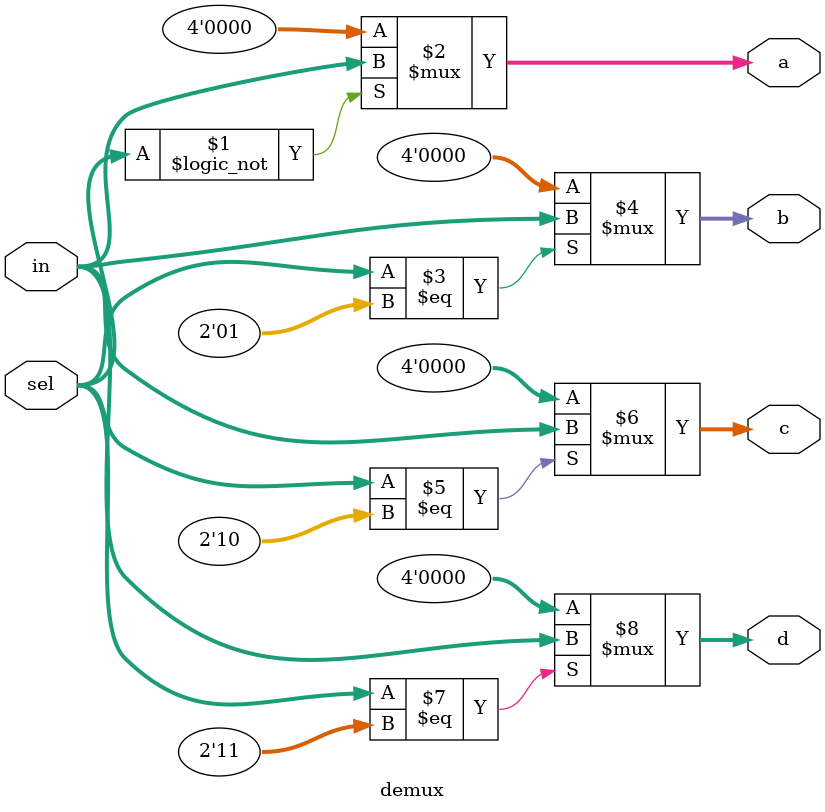
<source format=v>
module demux(
    input [1:0] sel,
    input [3:0] in,

    output [3:0] a,
    output [3:0] b,
    output [3:0] c,
    output [3:0] d

);

assign a = (sel==2'h0)? in : 4'h0;
assign b = (sel==2'h1)? in : 4'h0;
assign c = (sel==2'h2)? in : 4'h0;
assign d = (sel==2'h3)? in : 4'h0;


endmodule 


</source>
